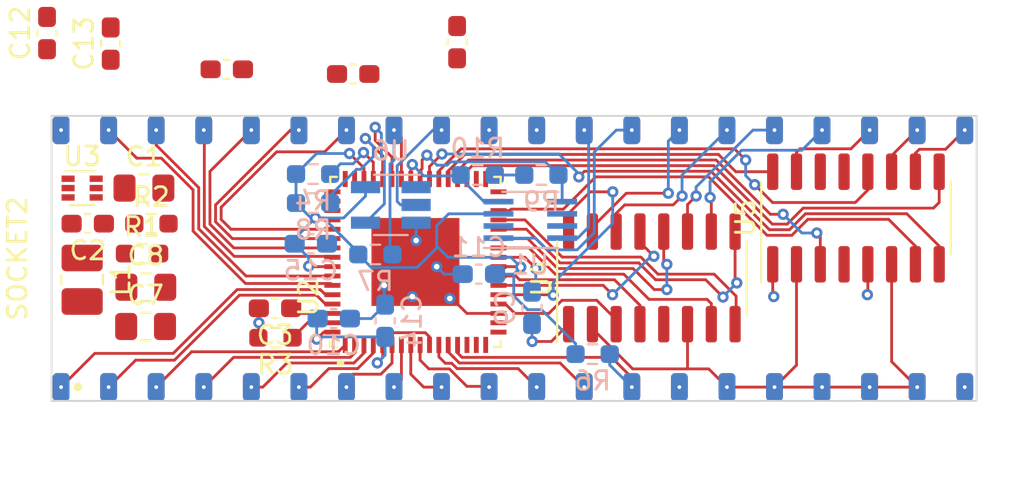
<source format=kicad_pcb>
(kicad_pcb (version 20221018) (generator pcbnew)
  (layers (0 "F.Cu" signal) (31 "B.Cu" signal) (34 "B.Paste" user) (35 "F.Paste" user) (36 "B.SilkS" user "B.Silkscreen") (37 "F.SilkS" user "F.Silkscreen") (38 "B.Mask" user) (39 "F.Mask" user) (44 "Edge.Cuts" user))
  (net 0 "")
  (net 1 "GND")
  (net 2 "+3.3V")
  (net 3 "+5V")
  (net 4 "Net-(U3-BST)")
  (net 5 "Net-(U3-SW)")
  (net 6 "Net-(U2-VDD18PLL)")
  (net 7 "Net-(U2-VDD18)")
  (net 8 "Net-(U3-FB)")
  (net 9 "Net-(U2-RBIAS)")
  (net 10 "Net-(U2-SUSP_IND{slash}LOCAL_PWR{slash}NON_REM0)")
  (net 11 "/CFG_SEL2")
  (net 12 "/CFG_SEL1")
  (net 13 "Net-(U2-VBUS_DET)")
  (net 14 "Net-(U1-A2)")
  (net 20 "Net-(U1-A1)")
  (net 21 "/USBDN1_DM")
  (net 22 "/USBDN1_DP")
  (net 23 "/USBDN2_DM")
  (net 24 "/XTAL1")
  (net 25 "/XTAL2")
  (net 26 "/USBDN2_DP")
  (net 27 "/~{RST}")
  (net 28 "/USBDN3_DM")
  (net 29 "/USBDN3_DP")
  (net 30 "/USBDN4_DM")
  (net 31 "/USBDN4_DP")
  (net 32 "/USBDN5_DM")
  (net 33 "/USBDN5_DP")
  (net 34 "/USBDN6_DM")
  (net 39 "/USBDN6_DP")
  (net 40 "/USBDN7_DM")
  (net 41 "/USBDN7_DP")
  (net 42 "/USBUP_DP")
  (net 43 "/USBUP_DM")
  (net 44 "/SCL")
  (net 45 "/SDA")
  (net 46 "/PRTPWR7")
  (net 47 "/~{OCS_7}")
  (net 48 "/PRTPWR6")
  (net 49 "/~{OCS_6}")
  (net 55 "/PRTPWR5")
  (net 56 "/~{OCS_5}")
  (net 57 "/PRTPWR4")
  (net 58 "/~{OCS_4}")
  (net 59 "/PRTPWR3")
  (net 60 "/~{OCS_3}")
  (net 61 "/PRTPWR2")
  (net 62 "/~{OCS_2}")
  (net 63 "/PRTPWR1")
  (net 64 "/~{OCS_1}")
  (net 68 "/VBUS7")
  (net 69 "/VBUS6")
  (net 70 "/VBUS5")
  (net 71 "/VBUS4")
  (net 72 "/VBUS3")
  (net 73 "/VBUS2")
  (net 74 "/VBUS1")
  (net 76 "Net-(U2-RESET_N)")
  (footprint "Package_SO:SOIC-16_3.9x9.9mm_P1.27mm" (layer "F.Cu") (at 160.35 56.5 90)
    (fp_text reference "U5")
    (fp_text value "TPS2054D")
  )
  (footprint "Package_TO_SOT_SMD:SOT-563" (layer "F.Cu") (at 119.025 54.9)
    (fp_text reference "U3")
    (fp_text value "AP62150Z6")
  )
  (footprint "Resistor_SMD:R_0603_1608Metric_Pad0.98x0.95mm_HandSolder" (layer "F.Cu") (at 122.225 58.4)
    (fp_text reference "R1")
    (fp_text value "31.6k")
  )
  (footprint "Capacitor_SMD:C_0805_2012Metric_Pad1.18x1.45mm_HandSolder" (layer "F.Cu") (at 122.325 54.9)
    (fp_text reference "C1")
    (fp_text value "10u")
  )
  (footprint "Capacitor_SMD:C_0603_1608Metric_Pad1.08x0.95mm_HandSolder" (layer "F.Cu") (at 133.5 48.8 180)
    (fp_text reference "C5" hide)
    (fp_text value "4.7u")
  )
  (footprint "Capacitor_SMD:C_0603_1608Metric_Pad1.08x0.95mm_HandSolder" (layer "F.Cu") (at 119.325 56.8 180)
    (fp_text reference "C2")
    (fp_text value "0.1uF")
  )
  (footprint "Capacitor_SMD:C_0603_1608Metric_Pad1.08x0.95mm_HandSolder" (layer "F.Cu") (at 126.75 48.55 180)
    (fp_text reference "C6" hide)
    (fp_text value "4.7u")
  )
  (footprint "Inductor_SMD:L_1008_2520Metric_Pad1.43x2.20mm_HandSolder" (layer "F.Cu") (at 119.025 59.8 -90)
    (fp_text reference "L1")
    (fp_text value "10uH")
  )
  (footprint "Capacitor_SMD:C_0603_1608Metric_Pad1.08x0.95mm_HandSolder" (layer "F.Cu") (at 129.325 61.325 180)
    (fp_text reference "C3")
    (fp_text value "4.7u")
  )
  (footprint "anachron:DIP-40_pin_header" (layer "F.Cu") (at 142.03 58.67 90)
    (fp_text reference "SOCKET2")
    (fp_text value "Conn_02x20_Counter_Clockwise")
  )
  (footprint "Resistor_SMD:R_0603_1608Metric_Pad0.98x0.95mm_HandSolder" (layer "F.Cu") (at 129.35 62.9 180)
    (fp_text reference "R3")
    (fp_text value "12k")
  )
  (footprint "Capacitor_SMD:C_0805_2012Metric_Pad1.18x1.45mm_HandSolder" (layer "F.Cu") (at 122.4125 62.3)
    (fp_text reference "C7")
    (fp_text value "22u")
  )
  (footprint "Capacitor_SMD:C_0603_1608Metric_Pad1.08x0.95mm_HandSolder" (layer "F.Cu") (at 120.55 47.175 90)
    (fp_text reference "C13")
    (fp_text value "4.7u")
  )
  (footprint "Package_SO:SOIC-16_3.9x9.9mm_P1.27mm" (layer "F.Cu") (at 149.45 59.7 90)
    (fp_text reference "U4")
    (fp_text value "TPS2054D")
  )
  (footprint "anachron:QFN50P900X900X100-65N" (layer "F.Cu") (at 136.825 58.85 90)
    (fp_text reference "U2")
    (fp_text value "USB2517I-JZX")
  )
  (footprint "Resistor_SMD:R_0603_1608Metric_Pad0.98x0.95mm_HandSolder" (layer "F.Cu") (at 122.725 56.8)
    (fp_text reference "R2")
    (fp_text value "10k")
  )
  (footprint "Capacitor_SMD:C_0805_2012Metric_Pad1.18x1.45mm_HandSolder" (layer "F.Cu") (at 122.425 60.2)
    (fp_text reference "C8")
    (fp_text value "22u")
  )
  (footprint "Capacitor_SMD:C_0603_1608Metric_Pad1.08x0.95mm_HandSolder" (layer "F.Cu") (at 139.05 47.1 90)
    (fp_text reference "C4" hide)
    (fp_text value "4.7u")
  )
  (footprint "Capacitor_SMD:C_0603_1608Metric_Pad1.08x0.95mm_HandSolder" (layer "F.Cu") (at 117.15 46.6125 90)
    (fp_text reference "C12")
    (fp_text value "4.7u")
  )
  (footprint "Resistor_SMD:R_0603_1608Metric_Pad0.98x0.95mm_HandSolder" (layer "B.Cu") (at 134.685 58.45)
    (fp_text reference "R7")
    (fp_text value "10k")
  )
  (footprint "Package_TO_SOT_SMD:SOT-23-5_HandSoldering" (layer "B.Cu") (at 135.51 55.8 180)
    (fp_text reference "U6")
    (fp_text value "74LVC1G17")
  )
  (footprint "Capacitor_SMD:C_0603_1608Metric_Pad1.08x0.95mm_HandSolder" (layer "B.Cu") (at 132.4625 61.875)
    (fp_text reference "C10")
    (fp_text value "4.7u")
  )
  (footprint "Capacitor_SMD:C_0603_1608Metric_Pad1.08x0.95mm_HandSolder" (layer "B.Cu") (at 135.205 61.9925 90)
    (fp_text reference "C14")
    (fp_text value "4.7u")
  )
  (footprint "Resistor_SMD:R_0603_1608Metric_Pad0.98x0.95mm_HandSolder" (layer "B.Cu") (at 146.2875 63.775)
    (fp_text reference "R6")
    (fp_text value "10k")
  )
  (footprint "Resistor_SMD:R_0603_1608Metric_Pad0.98x0.95mm_HandSolder" (layer "B.Cu") (at 131.36 54.15)
    (fp_text reference "R4")
    (fp_text value "10k")
  )
  (footprint "Package_SO:SSOP-8_2.95x2.8mm_P0.65mm" (layer "B.Cu") (at 142.96 56.6)
    (fp_text reference "U1")
    (fp_text value "TXS0102DCT")
  )
  (footprint "Resistor_SMD:R_0603_1608Metric_Pad0.98x0.95mm_HandSolder" (layer "B.Cu") (at 143.55 54.2)
    (fp_text reference "R9")
    (fp_text value "10k")
  )
  (footprint "Resistor_SMD:R_0603_1608Metric_Pad0.98x0.95mm_HandSolder" (layer "B.Cu") (at 140.15 54.2 180)
    (fp_text reference "R10")
    (fp_text value "10k")
  )
  (footprint "Resistor_SMD:R_0603_1608Metric_Pad0.98x0.95mm_HandSolder" (layer "B.Cu") (at 131.36 55.7)
    (fp_text reference "R8")
    (fp_text value "10k")
  )
  (footprint "Capacitor_SMD:C_0603_1608Metric_Pad1.08x0.95mm_HandSolder" (layer "B.Cu") (at 143.05 61.3 -90)
    (fp_text reference "C9")
    (fp_text value "4.7u")
  )
  (footprint "Capacitor_SMD:C_0603_1608Metric_Pad1.08x0.95mm_HandSolder" (layer "B.Cu") (at 131.2375 57.875)
    (fp_text reference "C15")
    (fp_text value "4.7u")
  )
  (footprint "Capacitor_SMD:C_0603_1608Metric_Pad1.08x0.95mm_HandSolder" (layer "B.Cu") (at 140.2125 59.5 180)
    (fp_text reference "C11")
    (fp_text value "4.7u")
  )
  (gr_line (start 117.392 66.278) (end 117.392 51.038) (stroke (width 0.1)) (layer "Edge.Cuts"))
  (gr_line (start 117.392 51.038) (end 166.795 51.038) (stroke (width 0.1)) (layer "Edge.Cuts"))
  (gr_line (start 166.795 51.038) (end 166.795 66.278) (stroke (width 0.1)) (layer "Edge.Cuts"))
  (gr_line (start 166.795 66.278) (end 117.392 66.278) (stroke (width 0.1)) (layer "Edge.Cuts"))
  (segment (start 128.4625 61.325) (end 128.4625 62.875) (width 0.15) (layer "F.Cu") (net 1))
  (segment (start 155.905 58.975) (end 155.905 60.645) (width 0.15) (layer "F.Cu") (net 1))
  (segment (start 141.26 61.6) (end 139.575 61.6) (width 0.15) (layer "F.Cu") (net 1))
  (segment (start 144.08 63.1) (end 143.06 63.1) (width 0.15) (layer "F.Cu") (net 1))
  (segment (start 160.985 58.975) (end 160.985 60.575) (width 0.15) (layer "F.Cu") (net 1))
  (segment (start 139.575 61.6) (end 136.825 58.85) (width 0.15) (layer "F.Cu") (net 1))
  (segment (start 155.905 60.645) (end 155.96 60.7) (width 0.15) (layer "F.Cu") (net 1))
  (segment (start 128.4625 62.875) (end 128.4375 62.9) (width 0.15) (layer "F.Cu") (net 1))
  (segment (start 145.005 62.175) (end 144.08 63.1) (width 0.15) (layer "F.Cu") (net 1))
  (segment (start 160.985 60.575) (end 160.96 60.6) (width 0.15) (layer "F.Cu") (net 1))
  (via (at 128.4625 62.1) (size 0.6) (drill 0.3) (layers "F.Cu" "B.Cu") (net 1))
  (via (at 136.86 57.7) (size 0.6) (drill 0.3) (layers "F.Cu" "B.Cu") (net 1))
  (via (at 160.96 60.6) (size 0.6) (drill 0.3) (layers "F.Cu" "B.Cu") (net 1))
  (via (at 138.66 60.8) (size 0.6) (drill 0.3) (layers "F.Cu" "B.Cu") (net 1))
  (via (at 135.16 60.1) (size 0.6) (drill 0.3) (layers "F.Cu" "B.Cu") (net 1))
  (via (at 155.96 60.7) (size 0.6) (drill 0.3) (layers "F.Cu" "B.Cu") (net 1))
  (via (at 137.96 59.1) (size 0.6) (drill 0.3) (layers "F.Cu" "B.Cu") (net 1))
  (via (at 136.66 60.7) (size 0.6) (drill 0.3) (layers "F.Cu" "B.Cu") (net 1))
  (via (at 143.06 63.1) (size 0.6) (drill 0.3) (layers "F.Cu" "B.Cu") (net 1))
  (segment (start 138.36 59.5) (end 137.96 59.1) (width 0.15) (layer "B.Cu") (net 1))
  (segment (start 136.86 56.75) (end 136.86 57.7) (width 0.15) (layer "B.Cu") (net 1))
  (segment (start 143.05 62.1625) (end 143.05 63.09) (width 0.15) (layer "B.Cu") (net 1))
  (segment (start 134.46 61.875) (end 135.205 61.13) (width 0.15) (layer "B.Cu") (net 1))
  (segment (start 143.05 63.09) (end 143.06 63.1) (width 0.15) (layer "B.Cu") (net 1))
  (segment (start 139.35 59.5) (end 138.36 59.5) (width 0.15) (layer "B.Cu") (net 1))
  (segment (start 135.16 61.085) (end 135.205 61.13) (width 0.15) (layer "B.Cu") (net 1))
  (segment (start 135.16 60.1) (end 135.16 61.085) (width 0.15) (layer "B.Cu") (net 1))
  (segment (start 133.325 61.875) (end 134.46 61.875) (width 0.15) (layer "B.Cu") (net 1))
  (segment (start 137.575 63.285) (end 137.575 62.855) (width 0.15) (layer "F.Cu") (net 2))
  (segment (start 141.26 59.1) (end 142.425 59.1) (width 0.15) (layer "F.Cu") (net 2))
  (segment (start 132.39 62.6) (end 131.925 62.6) (width 0.15) (layer "F.Cu") (net 2))
  (segment (start 134.075 53.823863) (end 133.301698 53.050561) (width 0.15) (layer "F.Cu") (net 2))
  (segment (start 137.575 62.855) (end 137.35 62.63) (width 0.15) (layer "F.Cu") (net 2))
  (segment (start 142.425 59.1) (end 142.45 59.125) (width 0.15) (layer "F.Cu") (net 2))
  (segment (start 134.075 54.415) (end 134.075 53.823863) (width 0.15) (layer "F.Cu") (net 2))
  (segment (start 132.39 56.6) (end 131.575 56.6) (width 0.15) (layer "F.Cu") (net 2))
  (segment (start 137.35 62.63) (end 135.356154 62.63) (width 0.15) (layer "F.Cu") (net 2))
  (segment (start 131.925 62.6) (end 131.55 62.975) (width 0.15) (layer "F.Cu") (net 2))
  (segment (start 135.075 63.285) (end 135.075 63.957464) (width 0.15) (layer "F.Cu") (net 2))
  (segment (start 132.39 59.1) (end 131.15 59.1) (width 0.15) (layer "F.Cu") (net 2))
  (segment (start 135.075 63.957464) (end 134.788408 64.244056) (width 0.15) (layer "F.Cu") (net 2))
  (segment (start 131.575 56.6) (end 131.475 56.5) (width 0.15) (layer "F.Cu") (net 2))
  (segment (start 135.075 62.911154) (end 135.075 63.285) (width 0.15) (layer "F.Cu") (net 2))
  (segment (start 135.356154 62.63) (end 135.075 62.911154) (width 0.15) (layer "F.Cu") (net 2))
  (segment (start 131.15 59.1) (end 131.125 59.075) (width 0.15) (layer "F.Cu") (net 2))
  (via (at 133.301698 53.050561) (size 0.6) (drill 0.3) (layers "F.Cu" "B.Cu") (net 2))
  (via (at 131.125 59.075) (size 0.6) (drill 0.3) (layers "F.Cu" "B.Cu") (net 2))
  (via (at 134.788408 64.244056) (size 0.6) (drill 0.3) (layers "F.Cu" "B.Cu") (net 2))
  (via (at 131.55 62.975) (size 0.6) (drill 0.3) (layers "F.Cu" "B.Cu") (net 2))
  (via (at 131.475 56.5) (size 0.6) (drill 0.3) (layers "F.Cu" "B.Cu") (net 2))
  (via (at 142.45 59.125) (size 0.6) (drill 0.3) (layers "F.Cu" "B.Cu") (net 2))
  (segment (start 137.96 58) (end 137.96 56.915) (width 0.15) (layer "B.Cu") (net 2))
  (segment (start 133.7725 58.45) (end 133.7725 58.349344) (width 0.15) (layer "B.Cu") (net 2))
  (segment (start 142.814344 61.4) (end 143.56 61.4) (width 0.15) (layer "B.Cu") (net 2))
  (segment (start 142.075 60.660656) (end 142.814344 61.4) (width 0.15) (layer "B.Cu") (net 2))
  (segment (start 131.55 62.975) (end 131.55 61.925) (width 0.15) (layer "B.Cu") (net 2))
  (segment (start 133.7725 58.45) (end 134.4725 59.15) (width 0.15) (layer "B.Cu") (net 2))
  (segment (start 130.375 57.6) (end 131.475 56.5) (width 0.15) (layer "B.Cu") (net 2))
  (segment (start 134.4725 59.15) (end 136.91 59.15) (width 0.15) (layer "B.Cu") (net 2))
  (segment (start 132.985 56.5) (end 131.475 56.5) (width 0.15) (layer "B.Cu") (net 2))
  (segment (start 131.67 62.855) (end 131.55 62.975) (width 0.15) (layer "B.Cu") (net 2))
  (segment (start 130.4475 54.15) (end 130.4475 55.7) (width 0.15) (layer "B.Cu") (net 2))
  (segment (start 131.546939 53.050561) (end 130.4475 54.15) (width 0.15) (layer "B.Cu") (net 2))
  (segment (start 135.205 63.827464) (end 134.788408 64.244056) (width 0.15) (layer "B.Cu") (net 2))
  (segment (start 141.925 58.6) (end 138.56 58.6) (width 0.15) (layer "B.Cu") (net 2))
  (segment (start 142.45 59.125) (end 141.925 58.6) (width 0.15) (layer "B.Cu") (net 2))
  (segment (start 133.7725 58.349344) (end 131.923156 56.5) (width 0.15) (layer "B.Cu") (net 2))
  (segment (start 134.16 55.325) (end 132.985 56.5) (width 0.15) (layer "B.Cu") (net 2))
  (segment (start 131.125 58.625) (end 130.375 57.875) (width 0.15) (layer "B.Cu") (net 2))
  (segment (start 133.301698 53.050561) (end 131.546939 53.050561) (width 0.15) (layer "B.Cu") (net 2))
  (segment (start 142.45 59.125) (end 142.075 59.5) (width 0.15) (layer "B.Cu") (net 2))
  (segment (start 131.923156 56.5) (end 131.475 56.5) (width 0.15) (layer "B.Cu") (net 2))
  (segment (start 138.01 58.05) (end 137.96 58) (width 0.15) (layer "B.Cu") (net 2))
  (segment (start 142.075 59.5) (end 141.075 59.5) (width 0.15) (layer "B.Cu") (net 2))
  (segment (start 131.55 61.925) (end 131.6 61.875) (width 0.15) (layer "B.Cu") (net 2))
  (segment (start 142.45 59.125) (end 142.45 59.124264) (width 0.15) (layer "B.Cu") (net 2))
  (segment (start 143.56 61.4) (end 145.375 63.215) (width 0.15) (layer "B.Cu") (net 2))
  (segment (start 131.475 56.5) (end 131.2475 56.5) (width 0.15) (layer "B.Cu") (net 2))
  (segment (start 136.91 59.15) (end 138.01 58.05) (width 0.15) (layer "B.Cu") (net 2))
  (segment (start 145.375 63.215) (end 145.375 63.775) (width 0.15) (layer "B.Cu") (net 2))
  (segment (start 135.205 62.855) (end 135.205 63.827464) (width 0.15) (layer "B.Cu") (net 2))
  (segment (start 138.56 58.6) (end 138.01 58.05) (width 0.15) (layer "B.Cu") (net 2))
  (segment (start 137.96 56.915) (end 138.6 56.275) (width 0.15) (layer "B.Cu") (net 2))
  (segment (start 131.2475 56.5) (end 130.4475 55.7) (width 0.15) (layer "B.Cu") (net 2))
  (segment (start 130.375 57.875) (end 130.375 57.6) (width 0.15) (layer "B.Cu") (net 2))
  (segment (start 135.205 62.855) (end 131.67 62.855) (width 0.15) (layer "B.Cu") (net 2))
  (segment (start 131.125 59.075) (end 131.125 58.625) (width 0.15) (layer "B.Cu") (net 2))
  (segment (start 142.075 59.5) (end 142.075 60.660656) (width 0.15) (layer "B.Cu") (net 2))
  (segment (start 138.6 56.275) (end 141.26 56.275) (width 0.15) (layer "B.Cu") (net 2))
  (segment (start 134.16 54.85) (end 134.16 55.325) (width 0.15) (layer "B.Cu") (net 2))
  (segment (start 142.6375 54.2) (end 141.0625 54.2) (width 0.15) (layer "B.Cu") (net 2))
  (segment (start 163.62 65.54) (end 153.46 65.54) (width 0.15) (layer "F.Cu") (net 3))
  (segment (start 151.355 64.56) (end 151.36 64.565) (width 0.15) (layer "F.Cu") (net 3))
  (segment (start 162.255 58.975) (end 162.255 64.175) (width 0.15) (layer "F.Cu") (net 3))
  (segment (start 146.275 62.414486) (end 148.425514 64.565) (width 0.15) (layer "F.Cu") (net 3))
  (segment (start 152.485 64.565) (end 153.46 65.54) (width 0.15) (layer "F.Cu") (net 3))
  (segment (start 151.36 64.565) (end 152.485 64.565) (width 0.15) (layer "F.Cu") (net 3))
  (segment (start 151.355 62.175) (end 151.355 64.56) (width 0.15) (layer "F.Cu") (net 3))
  (segment (start 146.275 62.175) (end 146.275 62.414486) (width 0.15) (layer "F.Cu") (net 3))
  (segment (start 162.255 64.175) (end 163.62 65.54) (width 0.15) (layer "F.Cu") (net 3))
  (segment (start 157.175 64.365) (end 156 65.54) (width 0.15) (layer "F.Cu") (net 3))
  (segment (start 148.425514 64.565) (end 151.36 64.565) (width 0.15) (layer "F.Cu") (net 3))
  (segment (start 157.175 58.975) (end 157.175 64.365) (width 0.15) (layer "F.Cu") (net 3))
  (segment (start 132.39 61.6) (end 130.4625 61.6) (width 0.15) (layer "F.Cu") (net 6))
  (segment (start 130.4625 61.6) (end 130.1875 61.325) (width 0.15) (layer "F.Cu") (net 6))
  (segment (start 142.667463 58.6) (end 141.26 58.6) (width 0.15) (layer "F.Cu") (net 7))
  (segment (start 143.25 59.182537) (end 142.667463 58.6) (width 0.15) (layer "F.Cu") (net 7))
  (segment (start 143.25 59.2) (end 143.25 59.182537) (width 0.15) (layer "F.Cu") (net 7))
  (via (at 143.25 59.2) (size 0.6) (drill 0.3) (layers "F.Cu" "B.Cu") (net 7))
  (segment (start 143.25 59.2) (end 143.25 60.2375) (width 0.15) (layer "B.Cu") (net 7))
  (segment (start 143.25 60.2375) (end 143.05 60.4375) (width 0.15) (layer "B.Cu") (net 7))
  (segment (start 131.0625 62.1) (end 130.2625 62.9) (width 0.15) (layer "F.Cu") (net 9))
  (segment (start 132.39 62.1) (end 131.0625 62.1) (width 0.15) (layer "F.Cu") (net 9))
  (segment (start 134.575 54.415) (end 134.575 53.517466) (width 0.15) (layer "F.Cu") (net 10))
  (segment (start 134.057534 53) (end 134.049994 53) (width 0.15) (layer "F.Cu") (net 10))
  (segment (start 134.575 53.517466) (end 134.057534 53) (width 0.15) (layer "F.Cu") (net 10))
  (via (at 134.049994 53) (size 0.6) (drill 0.3) (layers "F.Cu" "B.Cu") (net 10))
  (segment (start 134.049994 53.044728) (end 133.494722 53.6) (width 0.15) (layer "B.Cu") (net 10))
  (segment (start 133.494722 53.6) (end 132.8225 53.6) (width 0.15) (layer "B.Cu") (net 10))
  (segment (start 134.049994 53) (end 134.049994 53.044728) (width 0.15) (layer "B.Cu") (net 10))
  (segment (start 132.8225 53.6) (end 132.2725 54.15) (width 0.15) (layer "B.Cu") (net 10))
  (segment (start 148.38 65.54) (end 148.38 65.03) (width 0.15) (layer "F.Cu") (net 11))
  (segment (start 147.3 63.95) (end 139.31 63.95) (width 0.15) (layer "F.Cu") (net 11))
  (segment (start 139.075 63.715) (end 139.075 63.285) (width 0.15) (layer "F.Cu") (net 11))
  (segment (start 139.31 63.95) (end 139.075 63.715) (width 0.15) (layer "F.Cu") (net 11))
  (segment (start 148.38 65.03) (end 147.3 63.95) (width 0.15) (layer "F.Cu") (net 11))
  (segment (start 147.2 63.775) (end 147.2 64.36) (width 0.15) (layer "B.Cu") (net 11))
  (segment (start 147.2 64.36) (end 148.38 65.54) (width 0.15) (layer "B.Cu") (net 11))
  (segment (start 136.075 52.195) (end 135.68 51.8) (width 0.15) (layer "F.Cu") (net 12))
  (segment (start 136.075 54.415) (end 136.075 52.195) (width 0.15) (layer "F.Cu") (net 12))
  (segment (start 135.465 58.3175) (end 135.5975 58.45) (width 0.15) (layer "B.Cu") (net 12))
  (segment (start 135.68 53.405) (end 135.465 53.62) (width 0.15) (layer "B.Cu") (net 12))
  (segment (start 135.465 53.62) (end 135.465 58.3175) (width 0.15) (layer "B.Cu") (net 12))
  (segment (start 135.68 51.8) (end 135.68 53.405) (width 0.15) (layer "B.Cu") (net 12))
  (segment (start 134.15 52.25) (end 135.075 53.175) (width 0.15) (layer "F.Cu") (net 13))
  (segment (start 135.075 53.175) (end 135.075 54.415) (width 0.15) (layer "F.Cu") (net 13))
  (via (at 134.15 52.25) (size 0.6) (drill 0.3) (layers "F.Cu" "B.Cu") (net 13))
  (segment (start 134.574994 53.217463) (end 133.892457 53.9) (width 0.15) (layer "B.Cu") (net 13))
  (segment (start 132.2725 55.298156) (end 132.2725 55.7) (width 0.15) (layer "B.Cu") (net 13))
  (segment (start 134.15 52.25) (end 134.574994 52.674994) (width 0.15) (layer "B.Cu") (net 13))
  (segment (start 133.670656 53.9) (end 132.2725 55.298156) (width 0.15) (layer "B.Cu") (net 13))
  (segment (start 134.574994 52.674994) (end 134.574994 53.217463) (width 0.15) (layer "B.Cu") (net 13))
  (segment (start 133.892457 53.9) (end 133.670656 53.9) (width 0.15) (layer "B.Cu") (net 13))
  (segment (start 136.575 53.725345) (end 136.575 54.415) (width 0.15) (layer "F.Cu") (net 14))
  (segment (start 136.657729 53.642616) (end 136.575 53.725345) (width 0.15) (layer "F.Cu") (net 14))
  (via (at 136.657729 53.642616) (size 0.6) (drill 0.3) (layers "F.Cu" "B.Cu") (net 14))
  (segment (start 139.2375 54.2) (end 139.2375 54.3775) (width 0.15) (layer "B.Cu") (net 14))
  (segment (start 140.485 55.625) (end 141.26 55.625) (width 0.15) (layer "B.Cu") (net 14))
  (segment (start 137.265113 54.25) (end 139.1875 54.25) (width 0.15) (layer "B.Cu") (net 14))
  (segment (start 139.2375 54.3775) (end 140.485 55.625) (width 0.15) (layer "B.Cu") (net 14))
  (segment (start 139.1875 54.25) (end 139.2375 54.2) (width 0.15) (layer "B.Cu") (net 14))
  (segment (start 136.657729 53.642616) (end 137.265113 54.25) (width 0.15) (layer "B.Cu") (net 14))
  (segment (start 137.075 54.415) (end 137.075 53.967808) (width 0.15) (layer "F.Cu") (net 20))
  (segment (start 137.182729 53.860079) (end 137.182729 53.392344) (width 0.15) (layer "F.Cu") (net 20))
  (segment (start 137.075 53.967808) (end 137.182729 53.860079) (width 0.15) (layer "F.Cu") (net 20))
  (segment (start 137.182729 53.392344) (end 137.436148 53.138925) (width 0.15) (layer "F.Cu") (net 20))
  (via (at 137.436148 53.138925) (size 0.6) (drill 0.3) (layers "F.Cu" "B.Cu") (net 20))
  (segment (start 138.520834 53.676389) (end 137.973611 53.676389) (width 0.15) (layer "B.Cu") (net 20))
  (segment (start 138.697223 53.5) (end 143.7625 53.5) (width 0.15) (layer "B.Cu") (net 20))
  (segment (start 144.4625 54.2) (end 144.66 54.3975) (width 0.15) (layer "B.Cu") (net 20))
  (segment (start 144.66 54.3975) (end 144.66 55.625) (width 0.15) (layer "B.Cu") (net 20))
  (segment (start 138.697223 53.5) (end 138.520834 53.676389) (width 0.15) (layer "B.Cu") (net 20))
  (segment (start 137.973611 53.676389) (end 137.436148 53.138925) (width 0.15) (layer "B.Cu") (net 20))
  (segment (start 143.7625 53.5) (end 144.4625 54.2) (width 0.15) (layer "B.Cu") (net 20))
  (segment (start 132.71 63.65) (end 124.87 63.65) (width 0.15) (layer "F.Cu") (net 21))
  (segment (start 124.87 63.65) (end 122.98 65.54) (width 0.15) (layer "F.Cu") (net 21))
  (segment (start 133.075 63.285) (end 132.71 63.65) (width 0.15) (layer "F.Cu") (net 21))
  (segment (start 133.575 63.285) (end 133.575 63.715) (width 0.15) (layer "F.Cu") (net 22))
  (segment (start 127.11 63.95) (end 125.52 65.54) (width 0.15) (layer "F.Cu") (net 22))
  (segment (start 133.34 63.95) (end 127.11 63.95) (width 0.15) (layer "F.Cu") (net 22))
  (segment (start 133.575 63.715) (end 133.34 63.95) (width 0.15) (layer "F.Cu") (net 22))
  (segment (start 133.54 64.25) (end 129.96 64.25) (width 0.15) (layer "F.Cu") (net 23))
  (segment (start 134.075 63.715) (end 133.54 64.25) (width 0.15) (layer "F.Cu") (net 23))
  (segment (start 134.075 63.285) (end 134.075 63.715) (width 0.15) (layer "F.Cu") (net 23))
  (segment (start 129.96 64.25) (end 128.67 65.54) (width 0.15) (layer "F.Cu") (net 23))
  (segment (start 128.67 65.54) (end 128.06 65.54) (width 0.15) (layer "F.Cu") (net 23))
  (segment (start 121.88 64.1) (end 120.44 65.54) (width 0.15) (layer "F.Cu") (net 24))
  (segment (start 132.016154 61.1) (end 131.541154 60.625) (width 0.15) (layer "F.Cu") (net 24))
  (segment (start 127.425 60.625) (end 123.95 64.1) (width 0.15) (layer "F.Cu") (net 24))
  (segment (start 132.39 61.1) (end 132.016154 61.1) (width 0.15) (layer "F.Cu") (net 24))
  (segment (start 131.541154 60.625) (end 127.425 60.625) (width 0.15) (layer "F.Cu") (net 24))
  (segment (start 123.95 64.1) (end 121.88 64.1) (width 0.15) (layer "F.Cu") (net 24))
  (segment (start 127.300736 60.325) (end 123.887868 63.737868) (width 0.15) (layer "F.Cu") (net 25))
  (segment (start 123.887868 63.737868) (end 119.702132 63.737868) (width 0.15) (layer "F.Cu") (net 25))
  (segment (start 119.702132 63.737868) (end 117.9 65.54) (width 0.15) (layer "F.Cu") (net 25))
  (segment (start 131.741154 60.325) (end 127.300736 60.325) (width 0.15) (layer "F.Cu") (net 25))
  (segment (start 132.016154 60.6) (end 131.741154 60.325) (width 0.15) (layer "F.Cu") (net 25))
  (segment (start 132.39 60.6) (end 132.016154 60.6) (width 0.15) (layer "F.Cu") (net 25))
  (segment (start 133.74 64.55) (end 132.2 64.55) (width 0.15) (layer "F.Cu") (net 26))
  (segment (start 132.2 64.55) (end 131.21 65.54) (width 0.15) (layer "F.Cu") (net 26))
  (segment (start 134.575 63.285) (end 134.575 63.715) (width 0.15) (layer "F.Cu") (net 26))
  (segment (start 131.21 65.54) (end 130.6 65.54) (width 0.15) (layer "F.Cu") (net 26))
  (segment (start 134.575 63.715) (end 133.74 64.55) (width 0.15) (layer "F.Cu") (net 26))
  (segment (start 135.85 55.615736) (end 136.034264 55.8) (width 0.15) (layer "B.Cu") (net 27))
  (segment (start 137.757882 51.8) (end 138.22 51.8) (width 0.15) (layer "B.Cu") (net 27))
  (segment (start 137.757882 51.8) (end 135.85 53.707882) (width 0.15) (layer "B.Cu") (net 27))
  (segment (start 135.85 53.707882) (end 135.85 55.615736) (width 0.15) (layer "B.Cu") (net 27))
  (segment (start 136.034264 55.8) (end 136.86 55.8) (width 0.15) (layer "B.Cu") (net 27))
  (segment (start 135.575 64.25237) (end 134.97737 64.85) (width 0.15) (layer "F.Cu") (net 28))
  (segment (start 133.14 65.21) (end 133.14 65.54) (width 0.15) (layer "F.Cu") (net 28))
  (segment (start 134.97737 64.85) (end 133.5 64.85) (width 0.15) (layer "F.Cu") (net 28))
  (segment (start 133.5 64.85) (end 133.14 65.21) (width 0.15) (layer "F.Cu") (net 28))
  (segment (start 135.575 63.285) (end 135.575 64.25237) (width 0.15) (layer "F.Cu") (net 28))
  (segment (start 136.075 65.145) (end 135.68 65.54) (width 0.15) (layer "F.Cu") (net 29))
  (segment (start 136.075 63.285) (end 136.075 65.145) (width 0.15) (layer "F.Cu") (net 29))
  (segment (start 136.575 63.285) (end 136.575 64.85) (width 0.15) (layer "F.Cu") (net 30))
  (segment (start 137.265 65.54) (end 138.22 65.54) (width 0.15) (layer "F.Cu") (net 30))
  (segment (start 136.575 64.85) (end 137.265 65.54) (width 0.15) (layer "F.Cu") (net 30))
  (segment (start 137.075 64.1) (end 137.075 63.285) (width 0.15) (layer "F.Cu") (net 31))
  (segment (start 137.54 64.565) (end 137.075 64.1) (width 0.15) (layer "F.Cu") (net 31))
  (segment (start 139.57263 65.5) (end 138.63763 64.565) (width 0.15) (layer "F.Cu") (net 31))
  (segment (start 138.63763 64.565) (end 137.54 64.565) (width 0.15) (layer "F.Cu") (net 31))
  (segment (start 140.76 65.54) (end 140.72 65.5) (width 0.15) (layer "F.Cu") (net 31))
  (segment (start 140.72 65.5) (end 139.57263 65.5) (width 0.15) (layer "F.Cu") (net 31))
  (segment (start 142.31 64.55) (end 139.046894 64.55) (width 0.15) (layer "F.Cu") (net 32))
  (segment (start 138.42 64.265) (end 138.075 63.92) (width 0.15) (layer "F.Cu") (net 32))
  (segment (start 138.761894 64.265) (end 138.42 64.265) (width 0.15) (layer "F.Cu") (net 32))
  (segment (start 143.3 65.54) (end 142.31 64.55) (width 0.15) (layer "F.Cu") (net 32))
  (segment (start 138.075 63.92) (end 138.075 63.285) (width 0.15) (layer "F.Cu") (net 32))
  (segment (start 139.046894 64.55) (end 138.761894 64.265) (width 0.15) (layer "F.Cu") (net 32))
  (segment (start 138.575 63.658846) (end 138.575 63.285) (width 0.15) (layer "F.Cu") (net 33))
  (segment (start 139.171158 64.25) (end 138.861158 63.94) (width 0.15) (layer "F.Cu") (net 33))
  (segment (start 138.861158 63.94) (end 138.856154 63.94) (width 0.15) (layer "F.Cu") (net 33))
  (segment (start 145.84 65.54) (end 144.55 64.25) (width 0.15) (layer "F.Cu") (net 33))
  (segment (start 138.856154 63.94) (end 138.575 63.658846) (width 0.15) (layer "F.Cu") (net 33))
  (segment (start 144.55 64.25) (end 139.171158 64.25) (width 0.15) (layer "F.Cu") (net 33))
  (segment (start 133.14 51.8) (end 131.977868 52.962132) (width 0.15) (layer "F.Cu") (net 34))
  (segment (start 126.45 56.57868) (end 126.97132 57.1) (width 0.15) (layer "F.Cu") (net 34))
  (segment (start 129.412132 52.962132) (end 126.45 55.924264) (width 0.15) (layer "F.Cu") (net 34))
  (segment (start 126.45 55.924264) (end 126.45 56.57868) (width 0.15) (layer "F.Cu") (net 34))
  (segment (start 131.977868 52.962132) (end 129.412132 52.962132) (width 0.15) (layer "F.Cu") (net 34))
  (segment (start 126.97132 57.1) (end 132.39 57.1) (width 0.15) (layer "F.Cu") (net 34))
  (segment (start 130.15 51.8) (end 126.15 55.8) (width 0.15) (layer "F.Cu") (net 39))
  (segment (start 126.15 56.702944) (end 127.047056 57.6) (width 0.15) (layer "F.Cu") (net 39))
  (segment (start 130.6 51.8) (end 130.15 51.8) (width 0.15) (layer "F.Cu") (net 39))
  (segment (start 127.047056 57.6) (end 132.39 57.6) (width 0.15) (layer "F.Cu") (net 39))
  (segment (start 126.15 55.8) (end 126.15 56.702944) (width 0.15) (layer "F.Cu") (net 39))
  (segment (start 125.85 54.01) (end 125.85 56.827208) (width 0.15) (layer "F.Cu") (net 40))
  (segment (start 128.06 51.8) (end 125.85 54.01) (width 0.15) (layer "F.Cu") (net 40))
  (segment (start 125.85 56.827208) (end 127.122792 58.1) (width 0.15) (layer "F.Cu") (net 40))
  (segment (start 127.122792 58.1) (end 132.39 58.1) (width 0.15) (layer "F.Cu") (net 40))
  (segment (start 132.34 58.55) (end 132.39 58.6) (width 0.15) (layer "F.Cu") (net 41))
  (segment (start 125.55 56.951472) (end 127.148528 58.55) (width 0.15) (layer "F.Cu") (net 41))
  (segment (start 125.55 51.83) (end 125.55 56.951472) (width 0.15) (layer "F.Cu") (net 41))
  (segment (start 127.148528 58.55) (end 132.34 58.55) (width 0.15) (layer "F.Cu") (net 41))
  (segment (start 125.52 51.8) (end 125.55 51.83) (width 0.15) (layer "F.Cu") (net 41))
  (segment (start 124.95 57.2) (end 124.95 54.996322) (width 0.15) (layer "F.Cu") (net 42))
  (segment (start 121.94 53.3) (end 120.44 51.8) (width 0.15) (layer "F.Cu") (net 42))
  (segment (start 132.29 60) (end 127.75 60) (width 0.15) (layer "F.Cu") (net 42))
  (segment (start 124.95 54.996322) (end 123.253678 53.3) (width 0.15) (layer "F.Cu") (net 42))
  (segment (start 127.75 60) (end 124.95 57.2) (width 0.15) (layer "F.Cu") (net 42))
  (segment (start 123.253678 53.3) (end 121.94 53.3) (width 0.15) (layer "F.Cu") (net 42))
  (segment (start 132.39 60.1) (end 132.29 60) (width 0.15) (layer "F.Cu") (net 42))
  (segment (start 127.774264 59.6) (end 125.25 57.075736) (width 0.15) (layer "F.Cu") (net 43))
  (segment (start 122.98 52.602058) (end 122.98 51.8) (width 0.15) (layer "F.Cu") (net 43))
  (segment (start 125.25 57.075736) (end 125.25 54.872058) (width 0.15) (layer "F.Cu") (net 43))
  (segment (start 132.39 59.6) (end 127.774264 59.6) (width 0.15) (layer "F.Cu") (net 43))
  (segment (start 125.25 54.872058) (end 122.98 52.602058) (width 0.15) (layer "F.Cu") (net 43))
  (segment (start 141.26 57.575) (end 143.235 57.575) (width 0.15) (layer "B.Cu") (net 44))
  (segment (start 143.86 58.2) (end 145.46 58.2) (width 0.15) (layer "B.Cu") (net 44))
  (segment (start 146.375 57.285) (end 146.375 52.975) (width 0.15) (layer "B.Cu") (net 44))
  (segment (start 147.55 51.8) (end 148.38 51.8) (width 0.15) (layer "B.Cu") (net 44))
  (segment (start 146.375 52.975) (end 147.55 51.8) (width 0.15) (layer "B.Cu") (net 44))
  (segment (start 145.46 58.2) (end 146.375 57.285) (width 0.15) (layer "B.Cu") (net 44))
  (segment (start 143.235 57.575) (end 143.86 58.2) (width 0.15) (layer "B.Cu") (net 44))
  (segment (start 145.84 52.29) (end 146.075 52.525) (width 0.15) (layer "B.Cu") (net 45))
  (segment (start 146.075 52.525) (end 146.075 56.985) (width 0.15) (layer "B.Cu") (net 45))
  (segment (start 146.075 56.985) (end 145.485 57.575) (width 0.15) (layer "B.Cu") (net 45))
  (segment (start 145.485 57.575) (end 144.66 57.575) (width 0.15) (layer "B.Cu") (net 45))
  (segment (start 145.84 51.8) (end 145.84 52.29) (width 0.15) (layer "B.Cu") (net 45))
  (segment (start 139.66 53.4) (end 152.884264 53.4) (width 0.15) (layer "F.Cu") (net 46))
  (segment (start 139.075 54.415) (end 139.075 53.985) (width 0.15) (layer "F.Cu") (net 46))
  (segment (start 155.784264 56.3) (end 156.46 56.3) (width 0.15) (layer "F.Cu") (net 46))
  (segment (start 139.075 53.985) (end 139.66 53.4) (width 0.15) (layer "F.Cu") (net 46))
  (segment (start 158.445 57.485) (end 158.445 58.975) (width 0.15) (layer "F.Cu") (net 46))
  (segment (start 152.884264 53.4) (end 155.784264 56.3) (width 0.15) (layer "F.Cu") (net 46))
  (segment (start 158.26 57.3) (end 158.445 57.485) (width 0.15) (layer "F.Cu") (net 46))
  (via (at 156.46 56.3) (size 0.6) (drill 0.3) (layers "F.Cu" "B.Cu") (net 46))
  (via (at 158.26 57.3) (size 0.6) (drill 0.3) (layers "F.Cu" "B.Cu") (net 46))
  (segment (start 156.46 56.3) (end 157.46 57.3) (width 0.15) (layer "B.Cu") (net 46))
  (segment (start 157.46 57.3) (end 158.26 57.3) (width 0.15) (layer "B.Cu") (net 46))
  (segment (start 139.46 53.1) (end 138.575 53.985) (width 0.15) (layer "F.Cu") (net 47))
  (segment (start 153.008528 53.1) (end 139.46 53.1) (width 0.15) (layer "F.Cu") (net 47))
  (segment (start 138.575 53.985) (end 138.575 54.415) (width 0.15) (layer "F.Cu") (net 47))
  (segment (start 155.905 54.025) (end 153.933528 54.025) (width 0.15) (layer "F.Cu") (net 47))
  (segment (start 153.933528 54.025) (end 153.008528 53.1) (width 0.15) (layer "F.Cu") (net 47))
  (segment (start 152.60375 54) (end 155.72875 57.125) (width 0.15) (layer "F.Cu") (net 48))
  (segment (start 156.801727 57.125) (end 157.656213 56.270514) (width 0.15) (layer "F.Cu") (net 48))
  (segment (start 137.575 54.415) (end 137.575 53.742536) (width 0.15) (layer "F.Cu") (net 48))
  (segment (start 137.575 53.742536) (end 138.238768 53.078768) (width 0.15) (layer "F.Cu") (net 48))
  (segment (start 164.795 58.000001) (end 164.795 58.975) (width 0.15) (layer "F.Cu") (net 48))
  (segment (start 145.55 54.3) (end 145.85 54) (width 0.15) (layer "F.Cu") (net 48))
  (segment (start 163.065513 56.270514) (end 164.795 58.000001) (width 0.15) (layer "F.Cu") (net 48))
  (segment (start 155.72875 57.125) (end 156.801727 57.125) (width 0.15) (layer "F.Cu") (net 48))
  (segment (start 145.85 54) (end 152.60375 54) (width 0.15) (layer "F.Cu") (net 48))
  (segment (start 157.656213 56.270514) (end 163.065513 56.270514) (width 0.15) (layer "F.Cu") (net 48))
  (via (at 138.238768 53.078768) (size 0.6) (drill 0.3) (layers "F.Cu" "B.Cu") (net 48))
  (via (at 145.55 54.3) (size 0.6) (drill 0.3) (layers "F.Cu" "B.Cu") (net 48))
  (segment (start 145.55 54.3) (end 145.55 54.139344) (width 0.15) (layer "B.Cu") (net 48))
  (segment (start 145.55 54.139344) (end 144.489424 53.078768) (width 0.15) (layer "B.Cu") (net 48))
  (segment (start 144.489424 53.078768) (end 138.238768 53.078768) (width 0.15) (layer "B.Cu") (net 48))
  (segment (start 138.075 53.985) (end 139.26 52.8) (width 0.15) (layer "F.Cu") (net 49))
  (segment (start 160.314485 55.670514) (end 160.985 54.999999) (width 0.15) (layer "F.Cu") (net 49))
  (segment (start 160.985 54.999999) (end 160.985 54.025) (width 0.15) (layer "F.Cu") (net 49))
  (segment (start 153.86 52.8) (end 154.46 53.4) (width 0.15) (layer "F.Cu") (net 49))
  (segment (start 155.897242 55.670514) (end 160.314485 55.670514) (width 0.15) (layer "F.Cu") (net 49))
  (segment (start 154.943364 54.716636) (end 155.897242 55.670514) (width 0.15) (layer "F.Cu") (net 49))
  (segment (start 139.26 52.8) (end 153.86 52.8) (width 0.15) (layer "F.Cu") (net 49))
  (segment (start 138.075 54.415) (end 138.075 53.985) (width 0.15) (layer "F.Cu") (net 49))
  (via (at 154.46 53.4) (size 0.6) (drill 0.3) (layers "F.Cu" "B.Cu") (net 49))
  (via (at 154.943364 54.716636) (size 0.6) (drill 0.3) (layers "F.Cu" "B.Cu") (net 49))
  (segment (start 154.46 54.233272) (end 154.943364 54.716636) (width 0.15) (layer "B.Cu") (net 49))
  (segment (start 154.46 53.4) (end 154.46 54.233272) (width 0.15) (layer "B.Cu") (net 49))
  (segment (start 163.525 58.000001) (end 163.525 58.975) (width 0.15) (layer "F.Cu") (net 55))
  (segment (start 141.8625 56.1) (end 141.9375 56.025) (width 0.15) (layer "F.Cu") (net 55))
  (segment (start 156.925991 57.425) (end 157.780477 56.570514) (width 0.15) (layer "F.Cu") (net 55))
  (segment (start 162.095513 56.570514) (end 163.525 58.000001) (width 0.15) (layer "F.Cu") (net 55))
  (segment (start 141.9375 56.025) (end 144.725 56.025) (width 0.15) (layer "F.Cu") (net 55))
  (segment (start 141.26 56.1) (end 141.8625 56.1) (width 0.15) (layer "F.Cu") (net 55))
  (segment (start 155.604486 57.425) (end 156.925991 57.425) (width 0.15) (layer "F.Cu") (net 55))
  (segment (start 157.780477 56.570514) (end 162.095513 56.570514) (width 0.15) (layer "F.Cu") (net 55))
  (segment (start 152.479486 54.3) (end 155.604486 57.425) (width 0.15) (layer "F.Cu") (net 55))
  (segment (start 146.45 54.3) (end 152.479486 54.3) (width 0.15) (layer "F.Cu") (net 55))
  (segment (start 144.725 56.025) (end 146.45 54.3) (width 0.15) (layer "F.Cu") (net 55))
  (segment (start 139.575 53.985) (end 139.575 54.415) (width 0.15) (layer "F.Cu") (net 56))
  (segment (start 164.795 54.025) (end 164.795 55.665) (width 0.15) (layer "F.Cu") (net 56))
  (segment (start 157.531949 55.970514) (end 156.677463 56.825) (width 0.15) (layer "F.Cu") (net 56))
  (segment (start 164.489486 55.970514) (end 157.531949 55.970514) (width 0.15) (layer "F.Cu") (net 56))
  (segment (start 156.677463 56.825) (end 155.885 56.825) (width 0.15) (layer "F.Cu") (net 56))
  (segment (start 155.885 56.825) (end 152.76 53.7) (width 0.15) (layer "F.Cu") (net 56))
  (segment (start 152.76 53.7) (end 139.86 53.7) (width 0.15) (layer "F.Cu") (net 56))
  (segment (start 139.86 53.7) (end 139.575 53.985) (width 0.15) (layer "F.Cu") (net 56))
  (segment (start 164.795 55.665) (end 164.489486 55.970514) (width 0.15) (layer "F.Cu") (net 56))
  (segment (start 143.95 61.6) (end 144.65 60.9) (width 0.15) (layer "F.Cu") (net 57))
  (segment (start 147.545 61.935514) (end 147.545 62.175) (width 0.15) (layer "F.Cu") (net 57))
  (segment (start 144.65 60.9) (end 146.509486 60.9) (width 0.15) (layer "F.Cu") (net 57))
  (segment (start 141.26 61.1) (end 141.633846 61.1) (width 0.15) (layer "F.Cu") (net 57))
  (segment (start 142.133846 61.6) (end 143.95 61.6) (width 0.15) (layer "F.Cu") (net 57))
  (segment (start 141.633846 61.1) (end 142.133846 61.6) (width 0.15) (layer "F.Cu") (net 57))
  (segment (start 146.509486 60.9) (end 147.545 61.935514) (width 0.15) (layer "F.Cu") (net 57))
  (segment (start 144.158776 60.6) (end 141.26 60.6) (width 0.15) (layer "F.Cu") (net 58))
  (segment (start 146.155001 55.1) (end 145.005 56.250001) (width 0.15) (layer "F.Cu") (net 58))
  (segment (start 145.005 56.250001) (end 145.005 57.225) (width 0.15) (layer "F.Cu") (net 58))
  (segment (start 147.36 55.1) (end 146.155001 55.1) (width 0.15) (layer "F.Cu") (net 58))
  (segment (start 144.183776 60.625) (end 144.158776 60.6) (width 0.15) (layer "F.Cu") (net 58))
  (via (at 144.183776 60.625) (size 0.6) (drill 0.3) (layers "F.Cu" "B.Cu") (net 58))
  (via (at 147.36 55.1) (size 0.6) (drill 0.3) (layers "F.Cu" "B.Cu") (net 58))
  (segment (start 147.36 55.1) (end 147.36 56.79) (width 0.15) (layer "B.Cu") (net 58))
  (segment (start 147.36 56.79) (end 144.183776 59.966224) (width 0.15) (layer "B.Cu") (net 58))
  (segment (start 144.183776 59.966224) (end 144.183776 60.625) (width 0.15) (layer "B.Cu") (net 58))
  (segment (start 148.815 61.165) (end 148.815 62.175) (width 0.15) (layer "F.Cu") (net 59))
  (segment (start 142.382537 59.8) (end 147.45 59.8) (width 0.15) (layer "F.Cu") (net 59))
  (segment (start 141.26 59.6) (end 142.182537 59.6) (width 0.15) (layer "F.Cu") (net 59))
  (segment (start 142.182537 59.6) (end 142.382537 59.8) (width 0.15) (layer "F.Cu") (net 59))
  (segment (start 147.45 59.8) (end 148.815 61.165) (width 0.15) (layer "F.Cu") (net 59))
  (segment (start 146.85 60.1) (end 147.35 60.6) (width 0.15) (layer "F.Cu") (net 60))
  (segment (start 141.26 60.1) (end 146.85 60.1) (width 0.15) (layer "F.Cu") (net 60))
  (segment (start 149.560734 58.544007) (end 148.815 57.798273) (width 0.15) (layer "F.Cu") (net 60))
  (segment (start 148.815 57.798273) (end 148.815 57.225) (width 0.15) (layer "F.Cu") (net 60))
  (via (at 147.35 60.6) (size 0.6) (drill 0.3) (layers "F.Cu" "B.Cu") (net 60))
  (via (at 149.560734 58.544007) (size 0.6) (drill 0.3) (layers "F.Cu" "B.Cu") (net 60))
  (segment (start 147.35 60.6) (end 149.405993 58.544007) (width 0.15) (layer "B.Cu") (net 60))
  (segment (start 149.405993 58.544007) (end 149.560734 58.544007) (width 0.15) (layer "B.Cu") (net 60))
  (segment (start 149.3 60.85) (end 152.4 60.85) (width 0.15) (layer "F.Cu") (net 61))
  (segment (start 147.95 59.5) (end 149.3 60.85) (width 0.15) (layer "F.Cu") (net 61))
  (segment (start 142.892463 58.1) (end 144.292463 59.5) (width 0.15) (layer "F.Cu") (net 61))
  (segment (start 152.4 60.85) (end 152.625 61.075) (width 0.15) (layer "F.Cu") (net 61))
  (segment (start 141.26 58.1) (end 142.892463 58.1) (width 0.15) (layer "F.Cu") (net 61))
  (segment (start 144.292463 59.5) (end 147.95 59.5) (width 0.15) (layer "F.Cu") (net 61))
  (segment (start 152.625 61.075) (end 152.625 62.175) (width 0.15) (layer "F.Cu") (net 61))
  (segment (start 144.416727 59.2) (end 142.816727 57.6) (width 0.15) (layer "F.Cu") (net 62))
  (segment (start 150.085 58.81) (end 150.085 57.225) (width 0.15) (layer "F.Cu") (net 62))
  (segment (start 148.45 59.2) (end 144.416727 59.2) (width 0.15) (layer "F.Cu") (net 62))
  (segment (start 150.25 60.325) (end 149.575 60.325) (width 0.15) (layer "F.Cu") (net 62))
  (segment (start 142.816727 57.6) (end 141.26 57.6) (width 0.15) (layer "F.Cu") (net 62))
  (segment (start 149.575 60.325) (end 148.45 59.2) (width 0.15) (layer "F.Cu") (net 62))
  (segment (start 150.25 58.975) (end 150.085 58.81) (width 0.15) (layer "F.Cu") (net 62))
  (via (at 150.25 60.325) (size 0.6) (drill 0.3) (layers "F.Cu" "B.Cu") (net 62))
  (via (at 150.25 58.975) (size 0.6) (drill 0.3) (layers "F.Cu" "B.Cu") (net 62))
  (segment (start 150.25 60.325) (end 150.25 58.975) (width 0.15) (layer "B.Cu") (net 62))
  (segment (start 141.26 56.6) (end 142.674778 56.6) (width 0.15) (layer "F.Cu") (net 63))
  (segment (start 153.95 60.675736) (end 153.95 62.12) (width 0.15) (layer "F.Cu") (net 63))
  (segment (start 142.674778 56.6) (end 144.662389 58.587611) (width 0.15) (layer "F.Cu") (net 63))
  (segment (start 152.774264 59.5) (end 153.95 60.675736) (width 0.15) (layer "F.Cu") (net 63))
  (segment (start 153.95 62.12) (end 153.895 62.175) (width 0.15) (layer "F.Cu") (net 63))
  (segment (start 148.861875 58.587611) (end 149.774264 59.5) (width 0.15) (layer "F.Cu") (net 63))
  (segment (start 149.774264 59.5) (end 152.774264 59.5) (width 0.15) (layer "F.Cu") (net 63))
  (segment (start 144.662389 58.587611) (end 148.861875 58.587611) (width 0.15) (layer "F.Cu") (net 63))
  (segment (start 142.750514 57.1) (end 144.550514 58.9) (width 0.15) (layer "F.Cu") (net 64))
  (segment (start 149.65 59.8) (end 152.325 59.8) (width 0.15) (layer "F.Cu") (net 64))
  (segment (start 141.26 57.1) (end 142.750514 57.1) (width 0.15) (layer "F.Cu") (net 64))
  (segment (start 153.895 59.878272) (end 153.895 57.225) (width 0.15) (layer "F.Cu") (net 64))
  (segment (start 144.550514 58.9) (end 148.75 58.9) (width 0.15) (layer "F.Cu") (net 64))
  (segment (start 148.75 58.9) (end 149.65 59.8) (width 0.15) (layer "F.Cu") (net 64))
  (segment (start 152.325 59.8) (end 153.25 60.725) (width 0.15) (layer "F.Cu") (net 64))
  (segment (start 153.985751 59.969023) (end 153.895 59.878272) (width 0.15) (layer "F.Cu") (net 64))
  (via (at 153.25 60.725) (size 0.6) (drill 0.3) (layers "F.Cu" "B.Cu") (net 64))
  (via (at 153.985751 59.969023) (size 0.6) (drill 0.3) (layers "F.Cu" "B.Cu") (net 64))
  (segment (start 153.980977 59.969023) (end 153.985751 59.969023) (width 0.15) (layer "B.Cu") (net 64))
  (segment (start 153.25 60.725) (end 153.25 60.7) (width 0.15) (layer "B.Cu") (net 64))
  (segment (start 153.25 60.7) (end 153.980977 59.969023) (width 0.15) (layer "B.Cu") (net 64))
  (segment (start 157.175 54.025) (end 157.175 52.985) (width 0.15) (layer "F.Cu") (net 68))
  (segment (start 160.08 52.8) (end 161.08 51.8) (width 0.15) (layer "F.Cu") (net 68))
  (segment (start 157.36 52.8) (end 160.08 52.8) (width 0.15) (layer "F.Cu") (net 68))
  (segment (start 157.175 52.985) (end 157.36 52.8) (width 0.15) (layer "F.Cu") (net 68))
  (segment (start 163.735 52.825) (end 165.135 52.825) (width 0.15) (layer "F.Cu") (net 69))
  (segment (start 163.525 53.035) (end 163.735 52.825) (width 0.15) (layer "F.Cu") (net 69))
  (segment (start 163.525 54.025) (end 163.525 53.035) (width 0.15) (layer "F.Cu") (net 69))
  (segment (start 165.135 52.825) (end 166.16 51.8) (width 0.15) (layer "F.Cu") (net 69))
  (segment (start 162.255 54.025) (end 162.255 53.165) (width 0.15) (layer "F.Cu") (net 70))
  (segment (start 162.255 53.165) (end 163.62 51.8) (width 0.15) (layer "F.Cu") (net 70))
  (segment (start 146.275 56.985514) (end 146.275 57.225) (width 0.15) (layer "F.Cu") (net 71))
  (segment (start 148.087413 55.173101) (end 146.275 56.985514) (width 0.15) (layer "F.Cu") (net 71))
  (segment (start 150.329131 55.173101) (end 148.087413 55.173101) (width 0.15) (layer "F.Cu") (net 71))
  (via (at 150.329131 55.173101) (size 0.6) (drill 0.3) (layers "F.Cu" "B.Cu") (net 71))
  (segment (start 150.92 51.8) (end 150.329131 52.390869) (width 0.15) (layer "B.Cu") (net 71))
  (segment (start 150.329131 52.390869) (end 150.329131 55.173101) (width 0.15) (layer "B.Cu") (net 71))
  (segment (start 151.063775 55.324102) (end 150.587877 55.8) (width 0.15) (layer "F.Cu") (net 72))
  (segment (start 147.995001 55.8) (end 147.545 56.250001) (width 0.15) (layer "F.Cu") (net 72))
  (segment (start 150.587877 55.8) (end 147.995001 55.8) (width 0.15) (layer "F.Cu") (net 72))
  (segment (start 147.545 56.250001) (end 147.545 57.225) (width 0.15) (layer "F.Cu") (net 72))
  (via (at 151.063775 55.324102) (size 0.6) (drill 0.3) (layers "F.Cu" "B.Cu") (net 72))
  (segment (start 153.46 51.8) (end 151.063775 54.196225) (width 0.15) (layer "B.Cu") (net 72))
  (segment (start 151.063775 54.196225) (end 151.063775 55.324102) (width 0.15) (layer "B.Cu") (net 72))
  (segment (start 151.813777 55.324797) (end 151.355 55.783574) (width 0.15) (layer "F.Cu") (net 73))
  (segment (start 151.355 55.783574) (end 151.355 57.225) (width 0.15) (layer "F.Cu") (net 73))
  (via (at 151.813777 55.324797) (size 0.6) (drill 0.3) (layers "F.Cu" "B.Cu") (net 73))
  (segment (start 154.85263 51.8) (end 151.813777 54.838853) (width 0.15) (layer "B.Cu") (net 73))
  (segment (start 156 51.8) (end 154.85263 51.8) (width 0.15) (layer "B.Cu") (net 73))
  (segment (start 151.813777 54.838853) (end 151.813777 55.324797) (width 0.15) (layer "B.Cu") (net 73))
  (segment (start 152.625 55.465) (end 152.625 57.225) (width 0.15) (layer "F.Cu") (net 74))
  (segment (start 152.56 55.4) (end 152.625 55.465) (width 0.15) (layer "F.Cu") (net 74))
  (via (at 152.56 55.4) (size 0.6) (drill 0.3) (layers "F.Cu" "B.Cu") (net 74))
  (segment (start 152.56 54.557537) (end 152.56 55.4) (width 0.15) (layer "B.Cu") (net 74))
  (segment (start 158.54 51.8) (end 157.465 52.875) (width 0.15) (layer "B.Cu") (net 74))
  (segment (start 154.242537 52.875) (end 152.56 54.557537) (width 0.15) (layer "B.Cu") (net 74))
  (segment (start 157.465 52.875) (end 154.242537 52.875) (width 0.15) (layer "B.Cu") (net 74))
  (segment (start 135.575 53.25) (end 134.675 52.35) (width 0.15) (layer "F.Cu") (net 76))
  (segment (start 134.675 52.35) (end 134.675 51.65) (width 0.15) (layer "F.Cu") (net 76))
  (segment (start 135.575 53.25) (end 135.575 54.415) (width 0.15) (layer "F.Cu") (net 76))
  (via (at 134.675 51.65) (size 0.6) (drill 0.3) (layers "F.Cu" "B.Cu") (net 76))
  (segment (start 135.165 53.37746) (end 135.005 53.21746) (width 0.15) (layer "B.Cu") (net 76))
  (segment (start 135.165 55.745) (end 134.16 56.75) (width 0.15) (layer "B.Cu") (net 76))
  (segment (start 135.165 53.37746) (end 135.165 55.745) (width 0.15) (layer "B.Cu") (net 76))
  (segment (start 135.005 51.98) (end 134.675 51.65) (width 0.15) (layer "B.Cu") (net 76))
  (segment (start 135.005 53.21746) (end 135.005 51.98) (width 0.15) (layer "B.Cu") (net 76))
)
</source>
